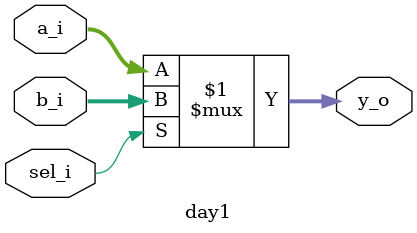
<source format=sv>
module day1 (
  input   wire [7:0]    a_i,
  input   wire [7:0]    b_i,
  input   wire          sel_i,
  output  wire [7:0]    y_o
);

  assign y_o = sel_i ? b_i : a_i;// Write your logic here...

endmodule

</source>
